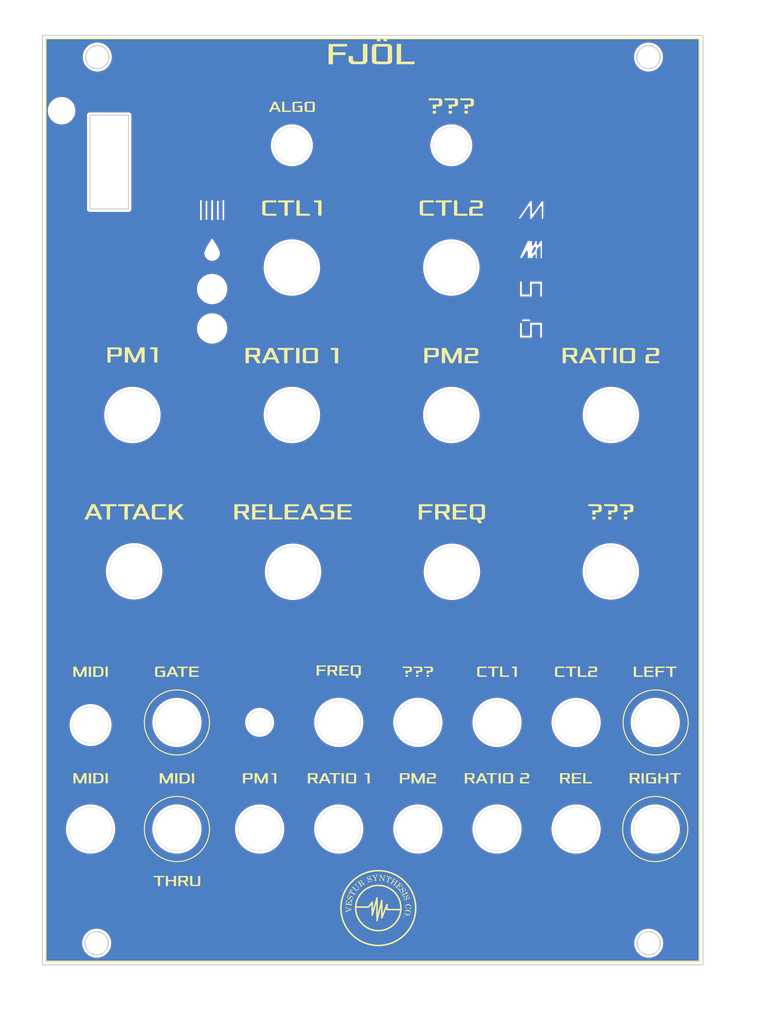
<source format=kicad_pcb>
(kicad_pcb (version 20211014) (generator pcbnew)
  (layers (0 "F.Cu" signal) (31 "B.Cu" signal) (34 "B.Paste" user) (35 "F.Paste" user) (36 "B.SilkS" user "B.Silkscreen") (37 "F.SilkS" user "F.Silkscreen") (38 "B.Mask" user) (39 "F.Mask" user) (44 "Edge.Cuts" user))
  (net 0 "")
  (footprint "vestur-logo:right" (layer "F.Cu") (at 176.098667 113.243528)
    (fp_text reference "G***" hide)
    (fp_text value "LOGO" hide)
  )
  (footprint "vestur-logo:logo-xxsmall" (layer "F.Cu") (at 137.895285 131.1021)
    (fp_text reference "G***" hide)
    (fp_text value "LOGO" hide)
  )
  (footprint "vestur-logo:pm1" (layer "F.Cu") (at 103.8279 54.7175)
    (fp_text reference "G***" hide)
    (fp_text value "LOGO" hide)
  )
  (footprint "vestur-logo:ratio1" (layer "F.Cu") (at 125.864083 54.804161)
    (fp_text reference "G***" hide)
    (fp_text value "LOGO" hide)
  )
  (footprint "vestur-logo:pm2" (layer "F.Cu") (at 147.906615 54.804161)
    (fp_text reference "G***" hide)
    (fp_text value "LOGO" hide)
  )
  (footprint "vestur-logo:ratio2" (layer "F.Cu") (at 169.9768 54.80388)
    (fp_text reference "G***" hide)
    (fp_text value "LOGO" hide)
  )
  (footprint "vestur-logo:release" (layer "F.Cu") (at 126.032 76.406927)
    (fp_text reference "G***" hide)
    (fp_text value "LOGO" hide)
  )
  (footprint "vestur-logo:attack" (layer "F.Cu") (at 104.064119 76.413676)
    (fp_text reference "G***" hide)
    (fp_text value "LOGO" hide)
  )
  (footprint "vestur-logo:freq" (layer "F.Cu") (at 147.995542 76.673539)
    (fp_text reference "G***" hide)
    (fp_text value "LOGO" hide)
  )
  (footprint "vestur-logo:???" (layer "F.Cu") (at 169.960825 76.413777)
    (fp_text reference "G***" hide)
    (fp_text value "LOGO" hide)
  )
  (footprint "vestur-logo:ctl1" (layer "F.Cu") (at 125.860175 34.414633)
    (fp_text reference "G***" hide)
    (fp_text value "LOGO" hide)
  )
  (footprint "vestur-logo:ctl2" (layer "F.Cu") (at 147.907375 34.414633)
    (fp_text reference "G***" hide)
    (fp_text value "LOGO" hide)
  )
  (footprint "vestur-logo:???" (layer "F.Cu") (at 147.909791 20.305177)
    (fp_text reference "G***" hide)
    (fp_text value "LOGO" hide)
  )
  (footprint "vestur-logo:algo" (layer "F.Cu") (at 125.872995 20.419458)
    (fp_text reference "G***" hide)
    (fp_text value "LOGO" hide)
  )
  (footprint "vestur-logo:gate" (layer "F.Cu") (at 109.973586 98.511233)
    (fp_text reference "G***" hide)
    (fp_text value "LOGO" hide)
  )
  (footprint "vestur-logo:ctl1-small" (layer "F.Cu") (at 154.222226 98.511233)
    (fp_text reference "G***" hide)
    (fp_text value "LOGO" hide)
  )
  (footprint "vestur-logo:ctl2-small" (layer "F.Cu") (at 165.159386 98.511233)
    (fp_text reference "G***" hide)
    (fp_text value "LOGO" hide)
  )
  (footprint "vestur-logo:left" (layer "F.Cu") (at 176.1029 98.511233)
    (fp_text reference "G***" hide)
    (fp_text value "LOGO" hide)
  )
  (footprint "vestur-logo:midi" (layer "F.Cu") (at 98.038542 113.243233)
    (fp_text reference "G***" hide)
    (fp_text value "LOGO" hide)
  )
  (footprint "vestur-logo:midi" (layer "F.Cu") (at 109.975702 113.243233)
    (fp_text reference "G***" hide)
    (fp_text value "LOGO" hide)
  )
  (footprint "vestur-logo:thru" (layer "F.Cu") (at 109.97554 127.443506)
    (fp_text reference "G***" hide)
    (fp_text value "LOGO" hide)
  )
  (footprint "vestur-logo:pm1-small" (layer "F.Cu") (at 121.417096 113.243572)
    (fp_text reference "G***" hide)
    (fp_text value "LOGO" hide)
  )
  (footprint "vestur-logo:ratio1-small" (layer "F.Cu") (at 132.350023 113.243518)
    (fp_text reference "G***" hide)
    (fp_text value "LOGO" hide)
  )
  (footprint "vestur-logo:pm2-small" (layer "F.Cu") (at 143.287183 113.243518)
    (fp_text reference "G***" hide)
    (fp_text value "LOGO" hide)
  )
  (footprint "vestur-logo:ratio2-small" (layer "F.Cu") (at 154.228576 113.24333)
    (fp_text reference "G***" hide)
    (fp_text value "LOGO" hide)
  )
  (footprint "vestur-logo:rel" (layer "F.Cu") (at 165.161503 113.243518)
    (fp_text reference "G***" hide)
    (fp_text value "LOGO" hide)
  )
  (footprint "vestur-logo:???-small" (layer "F.Cu") (at 143.289299 98.511596)
    (fp_text reference "G***" hide)
    (fp_text value "LOGO" hide)
  )
  (footprint "vestur-logo:freq-small" (layer "F.Cu") (at 132.350501 98.511571)
    (fp_text reference "G***" hide)
    (fp_text value "LOGO" hide)
  )
  (footprint "vestur-logo:fjol" (layer "F.Cu") (at 136.883232 12.7127)
    (fp_text reference "G***" hide)
    (fp_text value "LOGO" hide)
  )
  (footprint "vestur-logo:midi" (layer "F.Cu") (at 98.038542 98.511233)
    (fp_text reference "G***" hide)
    (fp_text value "LOGO" hide)
  )
  (footprint "vestur-logo:spread-solderm" (layer "F.Cu") (at 114.840231 34.698931)
    (fp_text reference "G***" hide)
    (fp_text value "LOGO" hide)
    (zone (net 0) (net_name "") (layers F&B.Cu) (connect_pads (clearance 0)) (min_thickness 0.254)
      (keepout (tracks not_allowed) (vias not_allowed) (pads not_allowed) (copperpour not_allowed) (footprints allowed))
      (fill (thermal_gap 0.508) (thermal_bridge_width 0.508))
      (polygon (pts (xy 115.746629 34.334288) (xy 115.758801 34.657258) (xy 115.507007 34.657258) (xy 115.507007 34.32179)))
    )
    (zone (net 0) (net_name "") (layers F&B.Cu) (connect_pads (clearance 0)) (min_thickness 0.254)
      (keepout (tracks not_allowed) (vias not_allowed) (pads not_allowed) (copperpour not_allowed) (footprints allowed))
      (fill (thermal_gap 0.508) (thermal_bridge_width 0.508))
      (polygon (pts (xy 114.986088 36.094993) (xy 114.71521 36.094993) (xy 114.71521 33.323706) (xy 114.986088 33.323706)))
    )
    (zone (net 0) (net_name "") (layers F&B.Cu) (connect_pads (clearance 0)) (min_thickness 0.254)
      (keepout (tracks not_allowed) (vias not_allowed) (pads not_allowed) (copperpour not_allowed) (footprints allowed))
      (fill (thermal_gap 0.508) (thermal_bridge_width 0.508))
      (polygon (pts (xy 114.194291 35.136503) (xy 113.94425 35.136503) (xy 113.94425 34.803115) (xy 114.194291 34.803115)))
    )
    (zone (net 0) (net_name "") (layers F&B.Cu) (connect_pads (clearance 0)) (min_thickness 0.254)
      (keepout (tracks not_allowed) (vias not_allowed) (pads not_allowed) (copperpour not_allowed) (footprints allowed))
      (fill (thermal_gap 0.508) (thermal_bridge_width 0.508))
      (polygon (pts (xy 114.194291 34.198849) (xy 113.94425 34.198849) (xy 113.94425 33.865461) (xy 114.194291 33.865461)))
    )
    (zone (net 0) (net_name "") (layers F&B.Cu) (connect_pads (clearance 0)) (min_thickness 0.254)
      (keepout (tracks not_allowed) (vias not_allowed) (pads not_allowed) (copperpour not_allowed) (footprints allowed))
      (fill (thermal_gap 0.508) (thermal_bridge_width 0.508))
      (polygon (pts (xy 113.423332 36.094993) (xy 113.173291 36.094993) (xy 113.173291 33.323706) (xy 113.423332 33.323706)))
    )
    (zone (net 0) (net_name "") (layers F&B.Cu) (connect_pads (clearance 0)) (min_thickness 0.254)
      (keepout (tracks not_allowed) (vias not_allowed) (pads not_allowed) (copperpour not_allowed) (footprints allowed))
      (fill (thermal_gap 0.508) (thermal_bridge_width 0.508))
      (polygon (pts (xy 114.194291 35.594911) (xy 113.94425 35.594911) (xy 113.94425 35.261523) (xy 114.194291 35.261523)))
    )
    (zone (net 0) (net_name "") (layers F&B.Cu) (connect_pads (clearance 0)) (min_thickness 0.254)
      (keepout (tracks not_allowed) (vias not_allowed) (pads not_allowed) (copperpour not_allowed) (footprints allowed))
      (fill (thermal_gap 0.508) (thermal_bridge_width 0.508))
      (polygon (pts (xy 115.757048 35.136503) (xy 115.507007 35.136503) (xy 115.507007 34.803115) (xy 115.757048 34.803115)))
    )
    (zone (net 0) (net_name "") (layers F&B.Cu) (connect_pads (clearance 0)) (min_thickness 0.254)
      (keepout (tracks not_allowed) (vias not_allowed) (pads not_allowed) (copperpour not_allowed) (footprints allowed))
      (fill (thermal_gap 0.508) (thermal_bridge_width 0.508))
      (polygon (pts (xy 116.528007 36.094993) (xy 116.277966 36.094993) (xy 116.277966 33.323706) (xy 116.528007 33.323706)))
    )
    (zone (net 0) (net_name "") (layers F&B.Cu) (connect_pads (clearance 0)) (min_thickness 0.254)
      (keepout (tracks not_allowed) (vias not_allowed) (pads not_allowed) (copperpour not_allowed) (footprints allowed))
      (fill (thermal_gap 0.508) (thermal_bridge_width 0.508))
      (polygon (pts (xy 115.757048 35.594911) (xy 115.507007 35.594911) (xy 115.507007 35.261523) (xy 115.757048 35.261523)))
    )
    (zone (net 0) (net_name "") (layers F&B.Cu) (connect_pads (clearance 0)) (min_thickness 0.254)
      (keepout (tracks not_allowed) (vias not_allowed) (pads not_allowed) (copperpour not_allowed) (footprints allowed))
      (fill (thermal_gap 0.508) (thermal_bridge_width 0.508))
      (polygon (pts (xy 114.194291 36.05332) (xy 113.94425 36.05332) (xy 113.94425 35.719932) (xy 114.194291 35.719932)))
    )
    (zone (net 0) (net_name "") (layers F&B.Cu) (connect_pads (clearance 0)) (min_thickness 0.254)
      (keepout (tracks not_allowed) (vias not_allowed) (pads not_allowed) (copperpour not_allowed) (footprints allowed))
      (fill (thermal_gap 0.508) (thermal_bridge_width 0.508))
      (polygon (pts (xy 115.757048 34.198849) (xy 115.507007 34.198849) (xy 115.507007 33.865461) (xy 115.757048 33.865461)))
    )
    (zone (net 0) (net_name "") (layers F&B.Cu) (connect_pads (clearance 0)) (min_thickness 0.254)
      (keepout (tracks not_allowed) (vias not_allowed) (pads not_allowed) (copperpour not_allowed) (footprints allowed))
      (fill (thermal_gap 0.508) (thermal_bridge_width 0.508))
      (polygon (pts (xy 115.757048 33.740441) (xy 115.507007 33.740441) (xy 115.507007 33.407053) (xy 115.757048 33.407053)))
    )
    (zone (net 0) (net_name "") (layers F&B.Cu) (connect_pads (clearance 0)) (min_thickness 0.254)
      (keepout (tracks not_allowed) (vias not_allowed) (pads not_allowed) (copperpour not_allowed) (footprints allowed))
      (fill (thermal_gap 0.508) (thermal_bridge_width 0.508))
      (polygon (pts (xy 114.194291 33.740441) (xy 113.94425 33.740441) (xy 113.94425 33.407053) (xy 114.194291 33.407053)))
    )
    (zone (net 0) (net_name "") (layers F&B.Cu) (connect_pads (clearance 0)) (min_thickness 0.254)
      (keepout (tracks not_allowed) (vias not_allowed) (pads not_allowed) (copperpour not_allowed) (footprints allowed))
      (fill (thermal_gap 0.508) (thermal_bridge_width 0.508))
      (polygon (pts (xy 114.194291 34.657258) (xy 113.942497 34.657258) (xy 113.954669 34.334288) (xy 114.194291 34.32179)))
    )
    (zone (net 0) (net_name "") (layers F&B.Cu) (connect_pads (clearance 0)) (min_thickness 0.254)
      (keepout (tracks not_allowed) (vias not_allowed) (pads not_allowed) (copperpour not_allowed) (footprints allowed))
      (fill (thermal_gap 0.508) (thermal_bridge_width 0.508))
      (polygon (pts (xy 115.757048 36.05332) (xy 115.507007 36.05332) (xy 115.507007 35.719932) (xy 115.757048 35.719932)))
    )
  )
  (footprint "vestur-logo:pwm-solderm" (layer "F.Cu") (at 158.934233 51.048117)
    (fp_text reference "G***" hide)
    (fp_text value "LOGO" hide)
    (zone (net 0) (net_name "") (layers F&B.Cu) (connect_pads (clearance 0)) (min_thickness 0.254)
      (keepout (tracks not_allowed) (vias not_allowed) (pads not_allowed) (copperpour not_allowed) (footprints allowed))
      (fill (thermal_gap 0.508) (thermal_bridge_width 0.508))
      (polygon (pts (xy 158.807233 50.053284) (xy 157.706566 50.053284) (xy 157.706566 49.799284) (xy 158.807233 49.799284)))
    )
    (zone (net 0) (net_name "") (layers F&B.Cu) (connect_pads (clearance 0)) (min_thickness 0.254)
      (keepout (tracks not_allowed) (vias not_allowed) (pads not_allowed) (copperpour not_allowed) (footprints allowed))
      (fill (thermal_gap 0.508) (thermal_bridge_width 0.508))
      (polygon (pts (xy 160.458233 52.318117) (xy 160.204697 52.318117) (xy 160.199173 51.434409) (xy 160.193649 50.5507) (xy 159.627441 50.545063) (xy 159.061233 50.539425) (xy 159.061233 52.318117) (xy 157.410233 52.318117) (xy 157.410233 50.286117) (xy 157.663768 50.286117) (xy 157.669292 51.169825) (xy 157.674816 52.053534) (xy 158.796649 52.053534) (xy 158.802166 51.164534) (xy 158.807684 50.275534) (xy 160.458233 50.275534)))
    )
  )
  (footprint "vestur-logo:saw-solderm" (layer "F.Cu") (at 158.934733 34.675)
    (fp_text reference "G***" hide)
    (fp_text value "LOGO" hide)
    (zone (net 0) (net_name "") (layers F&B.Cu) (connect_pads (clearance 0)) (min_thickness 0.254)
      (keepout (tracks not_allowed) (vias not_allowed) (pads not_allowed) (copperpour not_allowed) (footprints allowed))
      (fill (thermal_gap 0.508) (thermal_bridge_width 0.508))
      (polygon (pts (xy 160.628066 35.8815) (xy 160.41681 35.8815) (xy 160.405816 33.87561) (xy 159.719544 34.878555) (xy 159.033271 35.8815) (xy 158.82931 35.8815) (xy 158.823813 34.873844) (xy 158.818316 33.866189) (xy 158.1304 34.873517) (xy 158.004477 35.057635) (xy 157.885639 35.230869) (xy 157.776025 35.390134) (xy 157.677777 35.532345) (xy 157.593034 35.654417) (xy 157.523939 35.753263) (xy 157.472631 35.825799) (xy 157.441251 35.868939) (xy 157.4319 35.880216) (xy 157.408524 35.87085) (xy 157.361016 35.847749) (xy 157.330858 35.832233) (xy 157.240401 35.784879) (xy 158.029358 34.627784) (xy 158.818316 33.470689) (xy 158.929234 33.469594) (xy 159.040152 33.4685) (xy 159.045651 34.468624) (xy 159.05115 35.46875) (xy 159.735001 34.468624) (xy 160.418853 33.4685) (xy 160.628066 33.4685)))
    )
  )
  (footprint "vestur-logo:det-solderm" (layer "F.Cu") (at 158.928942 40.159978)
    (fp_text reference "G***" hide)
    (fp_text value "LOGO" hide)
    (zone (net 0) (net_name "") (layers F&B.Cu) (connect_pads (clearance 0)) (min_thickness 0.254)
      (keepout (tracks not_allowed) (vias not_allowed) (pads not_allowed) (copperpour not_allowed) (footprints allowed))
      (fill (thermal_gap 0.508) (thermal_bridge_width 0.508))
      (polygon (pts (xy 159.733553 39.401991) (xy 159.733831 39.853061) (xy 160.000297 39.403269) (xy 160.266763 38.953478) (xy 160.452942 38.953478) (xy 160.452942 41.366478) (xy 160.262856 41.366478) (xy 160.257357 40.366868) (xy 160.251858 39.367259) (xy 159.992567 39.805227) (xy 159.733275 40.243196) (xy 159.733275 41.366478) (xy 159.585108 41.366478) (xy 159.584865 40.927269) (xy 159.584622 40.488061) (xy 159.325574 40.92613) (xy 159.066525 41.3642) (xy 158.977238 41.365339) (xy 158.887952 41.366478) (xy 158.881988 41.117769) (xy 158.876025 40.869061) (xy 158.75556 41.117769) (xy 158.70623 41.218962) (xy 158.670546 41.288138) (xy 158.643715 41.331386) (xy 158.620944 41.354796) (xy 158.597437 41.364458) (xy 158.568402 41.36646) (xy 158.559768 41.366478) (xy 158.484442 41.366478) (xy 158.484398 40.001228) (xy 158.079 40.678561) (xy 157.987299 40.831721) (xy 157.902581 40.973116) (xy 157.827268 41.098712) (xy 157.763782 41.204472) (xy 157.714548 41.28636) (xy 157.681987 41.340341) (xy 157.668522 41.362378) (xy 157.668333 41.362652) (xy 157.648866 41.358134) (xy 157.618024 41.341486) (xy 157.579889 41.324814) (xy 157.558098 41.337514) (xy 157.557014 41.339195) (xy 157.535597 41.350777) (xy 157.496143 41.334831) (xy 157.478285 41.323659) (xy 157.436495 41.291498) (xy 157.41596 41.266381) (xy 157.415525 41.263911) (xy 157.424286 41.241911) (xy 157.449527 41.185001) (xy 157.489683 41.096568) (xy 157.54319 40.979996) (xy 157.608485 40.838672) (xy 157.684003 40.675981) (xy 157.768179 40.495309) (xy 157.781461 40.466894) (xy 157.955275 40.466894) (xy 157.965858 40.477478) (xy 157.976442 40.466894) (xy 157.965858 40.456311) (xy 157.955275 40.466894) (xy 157.781461 40.466894) (xy 157.801633 40.423737) (xy 157.992772 40.423737) (xy 157.993616 40.424434) (xy 158.009689 40.400716) (xy 158.043938 40.346208) (xy 158.092924 40.266519) (xy 158.153206 40.16726) (xy 158.221348 40.05404) (xy 158.248548 40.008588) (xy 158.325998 39.878579) (xy 158.384302 39.778881) (xy 158.397312 39.755458) (xy 158.632608 39.755458) (xy 158.63349 40.365176) (xy 158.634371 40.974894) (xy 158.739502 40.754501) (xy 158.755373 40.720312) (xy 159.056153 40.720312) (xy 159.056626 40.826583) (xy 159.058728 40.895872) (xy 159.063167 40.93352) (xy 159.070649 40.944871) (xy 159.081882 40.935264) (xy 159.084183 40.931979) (xy 159.103134 40.901926) (xy 159.140152 40.841504) (xy 159.191611 40.756695) (xy 159.253885 40.653484) (xy 159.323348 40.537853) (xy 159.348767 40.495421) (xy 159.585108 40.100614) (xy 159.584897 39.722838) (xy 159.584685 39.345061) (xy 159.320525 39.905978) (xy 159.056365 40.466894) (xy 159.056153 40.720312) (xy 158.755373 40.720312) (xy 158.784173 40.658269) (xy 158.823744 40.568312) (xy 158.853362 40.495937) (xy 158.866668 40.458168) (xy 158.873678 40.410654) (xy 158.878898 40.325321) (xy 158.88221 40.206646) (xy 158.883495 40.05911) (xy 158.882635 39.887192) (xy 158.882364 39.863644) (xy 158.876025 39.345061) (xy 158.754317 39.550259) (xy 158.632608 39.755458) (xy 158.397312 39.755458) (xy 158.426152 39.703536) (xy 158.454239 39.646588) (xy 158.471255 39.602081) (xy 158.479891 39.564058) (xy 158.482838 39.526562) (xy 158.482873 39.490004) (xy 158.481305 39.366228) (xy 158.421819 39.493228) (xy 158.394586 39.551306) (xy 158.353122 39.63966) (xy 158.301198 39.750252) (xy 158.242589 39.875046) (xy 158.181069 40.006004) (xy 158.168455 40.032851) (xy 158.112749 40.15226) (xy 158.065031 40.256195) (xy 158.027598 40.339514) (xy 158.002747 40.397076) (xy 157.992772 40.423737) (xy 157.801633 40.423737) (xy 157.85945 40.300041) (xy 157.953509 40.099405) (xy 158.491494 38.953478) (xy 158.63102 38.953478) (xy 158.637106 39.149269) (xy 158.643192 39.345061) (xy 158.758691 39.149269) (xy 158.87419 38.953478) (xy 159.055239 38.953478) (xy 159.060882 39.507054) (xy 159.066525 40.060631) (xy 159.578571 38.964061) (xy 159.655923 38.957491) (xy 159.733275 38.950923)))
    )
  )
  (footprint "vestur-logo:res-solderm" (layer "F.Cu") (at 114.836466 40.148515)
    (fp_text reference "G***" hide)
    (fp_text value "LOGO" hide)
    (zone (net 0) (net_name "") (layers F&B.Cu) (connect_pads (clearance 0)) (min_thickness 0.254)
      (keepout (tracks not_allowed) (vias not_allowed) (pads not_allowed) (copperpour not_allowed) (footprints allowed))
      (fill (thermal_gap 0.508) (thermal_bridge_width 0.508))
      (polygon (pts (xy 114.868799 38.619673) (xy 114.910776 38.676972) (xy 114.970882 38.764446) (xy 115.044904 38.87553) (xy 115.128628 39.003658) (xy 115.21784 39.142264) (xy 115.308327 39.284784) (xy 115.395876 39.424652) (xy 115.476272 39.555303) (xy 115.545302 39.67017) (xy 115.598752 39.76269) (xy 115.615333 39.792915) (xy 115.700505 39.961978) (xy 115.777251 40.133568) (xy 115.841978 40.297997) (xy 115.89109 40.44558) (xy 115.920991 40.56663) (xy 115.928666 40.637012) (xy 115.905114 40.86114) (xy 115.838029 41.068282) (xy 115.732762 41.254221) (xy 115.594668 41.414741) (xy 115.429099 41.545624) (xy 115.241409 41.642654) (xy 115.036951 41.701613) (xy 114.821077 41.718285) (xy 114.599141 41.688453) (xy 114.595166 41.687474) (xy 114.380242 41.60927) (xy 114.190354 41.490716) (xy 114.030135 41.337706) (xy 113.904216 41.156134) (xy 113.817228 40.951895) (xy 113.773802 40.730881) (xy 113.769666 40.637012) (xy 113.781887 40.543707) (xy 113.816153 40.416233) (xy 113.868869 40.264277) (xy 113.93644 40.097525) (xy 114.01527 39.925662) (xy 114.082998 39.792915) (xy 114.128762 39.711573) (xy 114.191851 39.605165) (xy 114.268051 39.480254) (xy 114.353148 39.343407) (xy 114.44293 39.201189) (xy 114.533181 39.060165) (xy 114.619689 38.926901) (xy 114.69824 38.807962) (xy 114.76462 38.709914) (xy 114.814617 38.639322) (xy 114.844015 38.602751) (xy 114.849166 38.599115)))
    )
  )
  (footprint "vestur-logo:square-solderm" (layer "F.Cu") (at 158.934233 45.598117)
    (fp_text reference "G***" hide)
    (fp_text value "LOGO" hide)
    (zone (net 0) (net_name "") (layers F&B.Cu) (connect_pads (clearance 0)) (min_thickness 0.254)
      (keepout (tracks not_allowed) (vias not_allowed) (pads not_allowed) (copperpour not_allowed) (footprints allowed))
      (fill (thermal_gap 0.508) (thermal_bridge_width 0.508))
      (polygon (pts (xy 157.664233 46.360117) (xy 158.786066 46.360117) (xy 158.786066 44.582117) (xy 160.458233 44.582117) (xy 160.458233 46.635283) (xy 160.204233 46.635283) (xy 160.204233 44.857283) (xy 159.061233 44.857283) (xy 159.061233 46.635283) (xy 157.410233 46.635283) (xy 157.410233 44.582117) (xy 157.664233 44.582117)))
    )
  )
  (footprint "vestur-logo:spread-solderm" (layer "B.Cu") (at 114.861067 34.698931 180)
    (fp_text reference "G***" hide)
    (fp_text value "LOGO" hide)
  )
  (footprint "vestur-logo:square-flipped" (layer "B.Cu") (at 158.934233 45.598117 180)
    (fp_text reference "G***" hide)
    (fp_text value "LOGO" hide)
  )
  (footprint "vestur-logo:saw-flipped" (layer "B.Cu") (at 158.945195 34.665515 180)
    (fp_text reference "G***" hide)
    (fp_text value "LOGO" hide)
  )
  (footprint "vestur-logo:pwm-flipped" (layer "B.Cu") (at 158.934233 51.048117 180)
    (fp_text reference "G***" hide)
    (fp_text value "LOGO" hide)
  )
  (footprint "vestur-logo:det-flipped" (layer "B.Cu") (at 158.928941 40.159978 180)
    (fp_text reference "G***" hide)
    (fp_text value "LOGO" hide)
  )
  (footprint "vestur-logo:res-solderm" (layer "B.Cu") (at 114.861866 40.148515 180)
    (fp_text reference "G***" hide)
    (fp_text value "LOGO" hide)
  )
  (gr_circle (center 176.1029 120.257149) (end 180.6029 120.257149) (layer "F.SilkS") (width 0.15) (fill none))
  (gr_circle (center 109.979936 105.525149) (end 114.479936 105.525149) (layer "F.SilkS") (width 0.15) (fill none))
  (gr_circle (center 109.979936 120.257149) (end 114.479936 120.257149) (layer "F.SilkS") (width 0.15) (fill none))
  (gr_circle (center 176.1617 105.525149) (end 180.6617 105.525149) (layer "F.SilkS") (width 0.15) (fill none))
  (gr_rect (start 91.85 10.975) (end 182.2 138.55) (layer "F.SilkS") (width 0.2) (fill none))
  (gr_circle (center 165.165736 105.525149) (end 168.165736 105.525149) (layer "Edge.Cuts") (width 0.05) (fill none))
  (gr_circle (center 147.912965 63.021) (end 151.412965 63.021) (layer "Edge.Cuts") (width 0.05) (fill none))
  (gr_circle (center 125.870433 63.021) (end 129.370433 63.021) (layer "Edge.Cuts") (width 0.05) (fill none))
  (gr_circle (center 121.417096 120.257149) (end 124.417096 120.257149) (layer "Edge.Cuts") (width 0.05) (fill none))
  (gr_circle (center 154.228576 120.257149) (end 157.228576 120.257149) (layer "Edge.Cuts") (width 0.05) (fill none))
  (gr_circle (center 169.9768 63.021) (end 173.4768 63.021) (layer "Edge.Cuts") (width 0.05) (fill none))
  (gr_circle (center 176.1029 120.257149) (end 179.1029 120.257149) (layer "Edge.Cuts") (width 0.05) (fill none))
  (gr_circle (center 165.165736 120.257149) (end 168.165736 120.257149) (layer "Edge.Cuts") (width 0.05) (fill none))
  (gr_circle (center 176.1029 105.525149) (end 179.1029 105.525149) (layer "Edge.Cuts") (width 0.05) (fill none))
  (gr_circle (center 103.8279 63.021) (end 107.3279 63.021) (layer "Edge.Cuts") (width 0.05) (fill none))
  (gr_circle (center 147.912966 25.7337) (end 150.412966 25.7337) (layer "Edge.Cuts") (width 0.05) (fill none))
  (gr_circle (center 98.042776 120.257149) (end 101.042776 120.257149) (layer "Edge.Cuts") (width 0.05) (fill none))
  (gr_circle (center 109.979936 105.525149) (end 112.979936 105.525149) (layer "Edge.Cuts") (width 0.05) (fill none))
  (gr_circle (center 143.291416 120.257149) (end 146.291416 120.257149) (layer "Edge.Cuts") (width 0.05) (fill none))
  (gr_circle (center 147.998 84.694) (end 151.498 84.694) (layer "Edge.Cuts") (width 0.05) (fill none))
  (gr_circle (center 126.032 84.694) (end 129.532 84.694) (layer "Edge.Cuts") (width 0.05) (fill none))
  (gr_circle (center 169.964 84.6455) (end 173.464 84.6455) (layer "Edge.Cuts") (width 0.05) (fill none))
  (gr_circle (center 104.066 84.6305) (end 107.566 84.6305) (layer "Edge.Cuts") (width 0.05) (fill none))
  (gr_line (start 182.7022 10.541) (end 182.7022 139.041) (layer "Edge.Cuts") (width 0.1524))
  (gr_line (start 91.3892 10.541) (end 182.7022 10.541) (layer "Edge.Cuts") (width 0.1524))
  (gr_line (start 91.3892 139.041) (end 91.3892 10.541) (layer "Edge.Cuts") (width 0.1524))
  (gr_line (start 182.7022 139.041) (end 91.3892 139.041) (layer "Edge.Cuts") (width 0.1524))
  (gr_line (start 97.949362 21.59) (end 103.283362 21.59) (layer "Edge.Cuts") (width 0.1524))
  (gr_line (start 97.949362 34.544) (end 97.949362 21.59) (layer "Edge.Cuts") (width 0.1524))
  (gr_line (start 97.949362 34.544) (end 103.283362 34.544) (layer "Edge.Cuts") (width 0.1524))
  (gr_line (start 103.283362 21.59) (end 103.283362 34.544) (layer "Edge.Cuts") (width 0.1524))
  (gr_circle (center 132.354256 120.257149) (end 135.354256 120.257149) (layer "Edge.Cuts") (width 0.05) (fill none))
  (gr_circle (center 109.979936 120.257149) (end 112.979936 120.257149) (layer "Edge.Cuts") (width 0.05) (fill none))
  (gr_circle (center 154.228576 105.525149) (end 157.228576 105.525149) (layer "Edge.Cuts") (width 0.05) (fill none))
  (gr_circle (center 94.036362 20.955) (end 95.536362 20.955) (layer "Edge.Cuts") (width 0.01) (fill none))
  (gr_circle (center 98.042776 105.8837) (end 100.542776 105.8837) (layer "Edge.Cuts") (width 0.05) (fill none))
  (gr_circle (center 143.291416 105.514449) (end 146.291416 105.514449) (layer "Edge.Cuts") (width 0.05) (fill none))
  (gr_circle (center 121.417096 105.514449) (end 123.017096 105.514449) (layer "Edge.Cuts") (width 0.05) (fill none))
  (gr_circle (center 147.9169 42.6339) (end 151.4169 42.6339) (layer "Edge.Cuts") (width 0.05) (fill none))
  (gr_circle (center 125.870433 25.7337) (end 128.370433 25.7337) (layer "Edge.Cuts") (width 0.05) (fill none))
  (gr_circle (center 98.8892 136.041) (end 100.4892 136.041) (layer "Edge.Cuts") (width 0.2) (fill none))
  (gr_circle (center 98.970971 13.541) (end 100.570971 13.541) (layer "Edge.Cuts") (width 0.2) (fill none))
  (gr_circle (center 175.2022 136.041) (end 176.8022 136.041) (layer "Edge.Cuts") (width 0.2) (fill none))
  (gr_circle (center 132.354256 105.514449) (end 135.354256 105.514449) (layer "Edge.Cuts") (width 0.05) (fill none))
  (gr_circle (center 175.170971 13.541) (end 176.770971 13.541) (layer "Edge.Cuts") (width 0.2) (fill none))
  (gr_circle (center 125.8697 42.6339) (end 129.3697 42.6339) (layer "Edge.Cuts") (width 0.05) (fill none))
  (zone (net 0) (net_name "") (layer "F.Cu") (connect_pads (clearance 0.4064)) (min_thickness 0.254) (fill yes (thermal_gap 0.508) (thermal_bridge_width 0.508))
    (polygon (pts (xy 188.722 7.2009) (xy 86.9061 5.6515) (xy 88.2904 144.4625) (xy 187.5155 146.0246)))
  )
  (zone (net 0) (net_name "") (layers F&B.Cu) (connect_pads (clearance 0)) (min_thickness 0.254)
    (keepout (tracks not_allowed) (vias not_allowed) (pads not_allowed) (copperpour not_allowed) (footprints allowed))
    (fill (thermal_gap 0.508) (thermal_bridge_width 0.508))
    (polygon (pts (xy 116.954073 45.6087) (xy 116.934598 45.323031) (xy 116.876534 45.042649) (xy 116.780954 44.772741) (xy 116.649628 44.518301) (xy 116.484986 44.284039) (xy 116.290074 44.074289) (xy 116.068499 43.892932) (xy 115.824361 43.743324) (xy 115.562178 43.628233) (xy 115.286801 43.54979) (xy 115.003326 43.509446) (xy 114.716998 43.507947) (xy 114.433116 43.54532) (xy 114.156932 43.620876) (xy 113.893558 43.733214) (xy 113.647867 43.880257) (xy 113.424405 44.059284) (xy 113.227307 44.266982) (xy 113.060221 44.499507) (xy 112.926238 44.752557) (xy 112.827837 45.02145) (xy 112.76684 45.301209) (xy 112.744374 45.586658) (xy 112.760857 45.872515) (xy 112.815982 46.15349) (xy 112.90873 46.424384) (xy 113.037384 46.680185) (xy 113.199564 46.916158) (xy 113.392269 47.127938) (xy 113.611933 47.311606) (xy 113.854491 47.463762) (xy 114.115454 47.581591) (xy 114.389995 47.662914) (xy 114.673032 47.706225) (xy 114.959328 47.710722) (xy 115.243586 47.676323) (xy 115.520546 47.603664) (xy 115.785082 47.49409) (xy 116.032299 47.349628) (xy 116.257624 47.172951) (xy 116.456886 46.967328) (xy 116.626398 46.736566) (xy 116.763023 46.484932) (xy 116.864235 46.217085) (xy 116.928158 45.93798) (xy 116.953611 45.652782)))
  )
  (zone (net 0) (net_name "") (layers F&B.Cu) (connect_pads (clearance 0)) (min_thickness 0.254)
    (keepout (tracks not_allowed) (vias not_allowed) (pads not_allowed) (copperpour not_allowed) (footprints allowed))
    (fill (thermal_gap 0.508) (thermal_bridge_width 0.508))
    (polygon (pts (xy 116.954073 51.0587) (xy 116.934598 50.773031) (xy 116.876534 50.492649) (xy 116.780954 50.222741) (xy 116.649628 49.968301) (xy 116.484986 49.734039) (xy 116.290074 49.524289) (xy 116.068499 49.342932) (xy 115.824361 49.193324) (xy 115.562178 49.078233) (xy 115.286801 48.99979) (xy 115.003326 48.959446) (xy 114.716998 48.957947) (xy 114.433116 48.99532) (xy 114.156932 49.070876) (xy 113.893558 49.183214) (xy 113.647867 49.330257) (xy 113.424405 49.509284) (xy 113.227307 49.716982) (xy 113.060221 49.949507) (xy 112.926238 50.202557) (xy 112.827837 50.47145) (xy 112.76684 50.751209) (xy 112.744374 51.036658) (xy 112.760857 51.322515) (xy 112.815982 51.60349) (xy 112.90873 51.874384) (xy 113.037384 52.130185) (xy 113.199564 52.366158) (xy 113.392269 52.577938) (xy 113.611933 52.761606) (xy 113.854491 52.913762) (xy 114.115454 53.031591) (xy 114.389995 53.112914) (xy 114.673032 53.156225) (xy 114.959328 53.160722) (xy 115.243586 53.126323) (xy 115.520546 53.053664) (xy 115.785082 52.94409) (xy 116.032299 52.799628) (xy 116.257624 52.622951) (xy 116.456886 52.417328) (xy 116.626398 52.186566) (xy 116.763023 51.934932) (xy 116.864235 51.667085) (xy 116.928158 51.38798) (xy 116.953611 51.102782)))
  )
  (zone (net 0) (net_name "") (layer "B.Cu") (connect_pads (clearance 0.4064)) (min_thickness 0.254) (fill yes (thermal_gap 0.508) (thermal_bridge_width 0.508))
    (polygon (pts (xy 190.4492 147.2311) (xy 85.5218 145.5039) (xy 86.3854 5.9944) (xy 190.4492 9.271)))
  )
)
</source>
